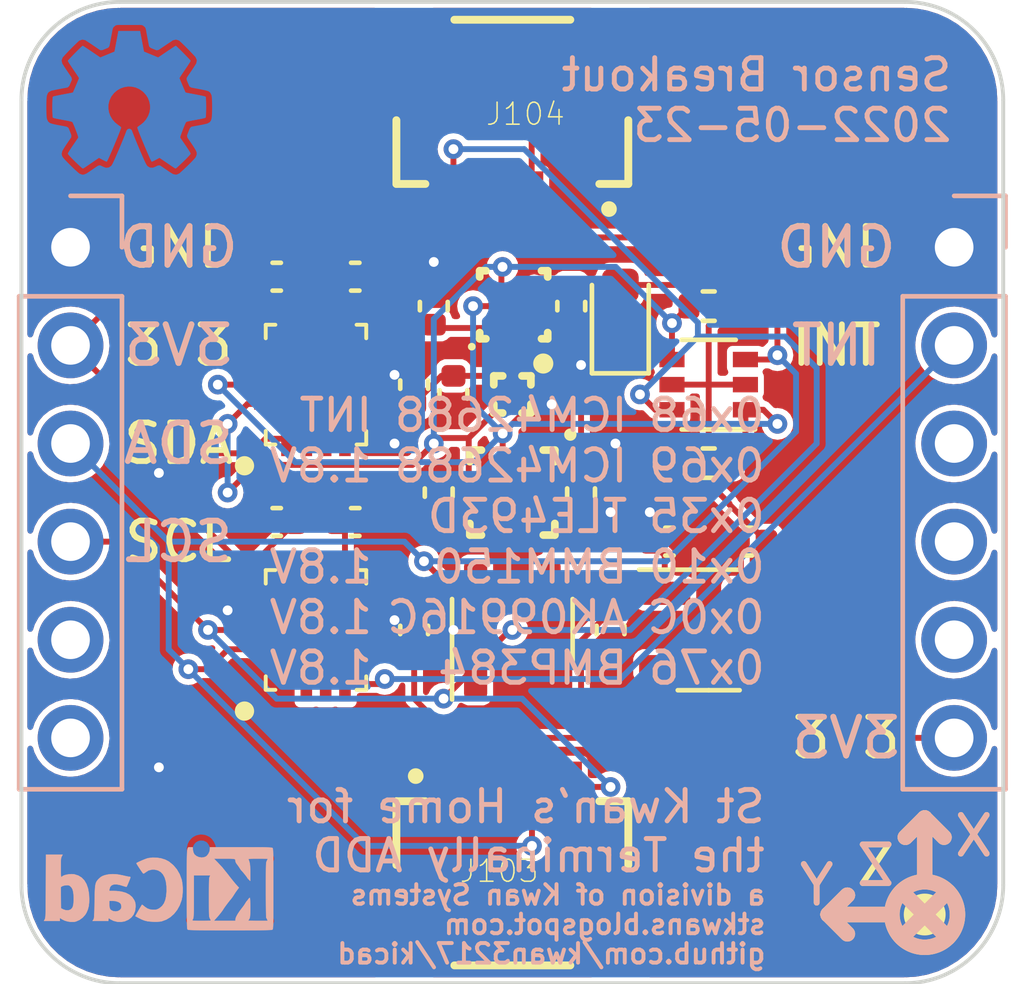
<source format=kicad_pcb>
(kicad_pcb (version 20211014) (generator pcbnew)
  (layers (0 "F.Cu" signal) (31 "B.Cu" signal) (34 "B.Paste" user) (35 "F.Paste" user) (36 "B.SilkS" user "B.Silkscreen") (37 "F.SilkS" user "F.Silkscreen") (38 "B.Mask" user) (39 "F.Mask" user) (44 "Edge.Cuts" user))
  (net 0 "")
  (net 1 "/Sensor Block/Q_1V8")
  (net 2 "/Sensor Block/SCL_1V8")
  (net 3 "/Sensor Block/SDA_1V8")
  (net 4 "/Sensor Block/ICM0/INT2{slash}FSYNC{slash}CLKIN")
  (net 5 "/Sensor Block/ICM1/INT2{slash}FSYNC{slash}CLKIN")
  (net 6 "/Sensor Block/ICM1/INT1")
  (net 7 "/Sensor Block/BMM Mag/DRDY")
  (net 8 "/Sensor Block/BMM Mag/INT")
  (net 9 "/Sensor Block/BMP pressure sensor/INT")
  (net 10 "+3V3")
  (net 11 "GND")
  (net 12 "/SDA")
  (net 13 "/SCL")
  (net 15 "/INT")
  (footprint "Capacitor_SMD:C_0402_1005Metric" (layer "F.Cu") (at 82.804 57.912 180)
    (fp_text reference "C2106" hide)
    (fp_text value "2.2uF" hide)
  )
  (footprint "Capacitor_SMD:C_0402_1005Metric" (layer "F.Cu") (at 82.804 64.262 180)
    (fp_text reference "C206" hide)
    (fp_text value "2.2uF" hide)
  )
  (footprint "KwanSystems:JST04_1MM_RA" (layer "F.Cu") (at 88.9 71.1387)
    (fp_text reference "J103")
    (fp_text value "1x04 1mm")
  )
  (footprint "Capacitor_SMD:C_0402_1005Metric" (layer "F.Cu") (at 90.424 58.674 -90)
    (fp_text reference "C2222" hide)
    (fp_text value "100nF" hide)
  )
  (footprint "KwanSystems:QFN50P300X250X97-14N" (layer "F.Cu") (at 83.82 60.706 90)
    (fp_text reference "U2101" hide)
    (fp_text value "ICM-42688" hide)
  )
  (footprint "KwanSystems:BMM150" (layer "F.Cu") (at 88.9 58.674 180)
    (fp_text reference "U2201" hide)
    (fp_text value "BMM150")
  )
  (footprint "KwanSystems:BMP384" (layer "F.Cu") (at 88.9 63.5)
    (fp_text reference "U2501" hide)
    (fp_text value "BMP384")
  )
  (footprint "Capacitor_SMD:C_0402_1005Metric" (layer "F.Cu") (at 94.996 64.77 180)
    (fp_text reference "C1905" hide)
    (fp_text value "1uF" hide)
  )
  (footprint "Capacitor_SMD:C_0402_1005Metric" (layer "F.Cu") (at 84.836 64.262)
    (fp_text reference "C208" hide)
    (fp_text value "100nF" hide)
  )
  (footprint "KwanSystems:JST04_1MM_RA" (layer "F.Cu") (at 88.9 55.8613 180)
    (fp_text reference "J104")
    (fp_text value "1x04 1mm")
  )
  (footprint "KwanSystems:StKwansSoldermask_0.6" (layer "F.Cu") (at 98.806 53.594)
    (fp_text reference "G1502" hide)
    (fp_text value "KwanSystems" hide)
  )
  (footprint "Capacitor_SMD:C_0402_1005Metric" (layer "F.Cu") (at 86.36 60.706 90)
    (fp_text reference "C2105" hide)
    (fp_text value "10nF" hide)
  )
  (footprint "Capacitor_SMD:C_0402_1005Metric" (layer "F.Cu") (at 86.995 63.5 90)
    (fp_text reference "C2510" hide)
    (fp_text value "100nF" hide)
  )
  (footprint "Capacitor_SMD:C_0402_1005Metric" (layer "F.Cu") (at 90.678 63.5 -90)
    (fp_text reference "C2501" hide)
    (fp_text value "100nF" hide)
  )
  (footprint "Capacitor_SMD:C_0402_1005Metric" (layer "F.Cu") (at 92.964 64.77)
    (fp_text reference "C1901" hide)
    (fp_text value "1uF" hide)
  )
  (footprint "LED_SMD:LED_0603_1608Metric" (layer "F.Cu") (at 91.694 58.928 90)
    (fp_text reference "D1905" hide)
    (fp_text value "RED" hide)
  )
  (footprint "Capacitor_SMD:C_0402_1005Metric" (layer "F.Cu") (at 84.836 57.912)
    (fp_text reference "C2108" hide)
    (fp_text value "100nF" hide)
  )
  (footprint "Resistor_SMD:R_0402_1005Metric" (layer "F.Cu") (at 93.98 58.674)
    (fp_text reference "R2001" hide)
    (fp_text value "5.1k" hide)
  )
  (footprint "Package_TO_SOT_SMD:SOT-23-5" (layer "F.Cu") (at 93.98 67.056)
    (fp_text reference "U1901" hide)
    (fp_text value "TCR2EF 1.8V" hide)
  )
  (footprint "Package_TO_SOT_SMD:SOT-363_SC-70-6" (layer "F.Cu") (at 93.98 60.706 180)
    (fp_text reference "Q2001" hide)
    (fp_text value "NMOS" hide)
  )
  (footprint "Capacitor_SMD:C_0402_1005Metric" (layer "F.Cu") (at 86.868 58.674 90)
    (fp_text reference "C2255" hide)
    (fp_text value "100nF" hide)
  )
  (footprint "Resistor_SMD:R_0402_1005Metric" (layer "F.Cu") (at 93.98 62.738 180)
    (fp_text reference "R2002" hide)
    (fp_text value "5.1k" hide)
  )
  (footprint "Capacitor_SMD:C_0402_1005Metric" (layer "F.Cu") (at 87.376 60.96 -90)
    (fp_text reference "C2411" hide)
    (fp_text value "100nF" hide)
  )
  (footprint "Capacitor_SMD:C_0402_1005Metric" (layer "F.Cu") (at 91.44 67.056 -90)
    (fp_text reference "C1804" hide)
    (fp_text value "100nF" hide)
  )
  (footprint "Package_TO_SOT_SMD:SOT-23-6" (layer "F.Cu") (at 88.9 67.056 90)
    (fp_text reference "U1801" hide)
    (fp_text value "TLE493D-W2B6" hide)
  )
  (footprint "KwanSystems:QFN50P300X250X97-14N" (layer "F.Cu") (at 83.82 67.056 90)
    (fp_text reference "U201" hide)
    (fp_text value "ICM-42688" hide)
  )
  (footprint "KwanSystems:Axis" (layer "F.Cu") (at 99.568 74.422 90)
    (fp_text reference "G1505" hide)
    (fp_text value "Axis" hide)
  )
  (footprint "KwanSystems:AK09918C" (layer "F.Cu") (at 88.9 60.96 90)
    (fp_text reference "U2401" hide)
    (fp_text value "AK09918")
  )
  (footprint "Capacitor_SMD:C_0402_1005Metric" (layer "F.Cu") (at 86.36 67.056 90)
    (fp_text reference "C205" hide)
    (fp_text value "10nF" hide)
  )
  (footprint "KwanSystems:Symbol_KiCAD-Logo_CopperAndSilkScreenTop_small" (layer "B.Cu") (at 79.756 73.66 180)
    (fp_text reference "G1501" hide)
    (fp_text value "DesignedWithKicad" hide)
  )
  (footprint "KwanSystems:OSHW-Symbol_4x3.6mm_SolderMask" (layer "B.Cu") (at 78.994 53.34 180)
    (fp_text reference "G1503" hide)
    (fp_text value "OSHW" hide)
  )
  (footprint "Connector_PinHeader_2.54mm:PinHeader_1x06_P2.54mm_Vertical" (layer "B.Cu") (at 100.33 57.15 180)
    (fp_text reference "J102" hide)
    (fp_text value "Conn_01x06" hide)
  )
  (footprint "Connector_PinHeader_2.54mm:PinHeader_1x06_P2.54mm_Vertical" (layer "B.Cu") (at 77.47 57.15 180)
    (fp_text reference "J101" hide)
    (fp_text value "Conn_01x06" hide)
  )
  (gr_line (start 101.6 73.66) (end 101.6 53.34) (layer "Edge.Cuts") (width 0.1))
  (gr_arc (start 76.2 53.34) (mid 76.943949 51.543949) (end 78.74 50.8) (layer "Edge.Cuts") (width 0.1))
  (gr_arc (start 99.06 50.8) (mid 100.856051 51.543949) (end 101.6 53.34) (layer "Edge.Cuts") (width 0.1))
  (gr_line (start 99.06 50.8) (end 78.74 50.8) (layer "Edge.Cuts") (width 0.1))
  (gr_line (start 78.74 76.2) (end 99.06 76.2) (layer "Edge.Cuts") (width 0.1))
  (gr_line (start 76.2 53.34) (end 76.2 73.66) (layer "Edge.Cuts") (width 0.1))
  (gr_arc (start 101.6 73.66) (mid 100.856051 75.456051) (end 99.06 76.2) (layer "Edge.Cuts") (width 0.1))
  (gr_arc (start 78.74 76.2) (mid 76.943949 75.456051) (end 76.2 73.66) (layer "Edge.Cuts") (width 0.1))
  (gr_text "SDA" (at 80.25998 62.23) (layer "B.SilkS") (effects (font (size 1 1)) (justify mirror)))
  (gr_text "0x68\n0x69\n0x35\n0x10\n0x0C\n0x76" (at 95.504 64.77) (layer "B.SilkS") (effects (font (size 0.8128 0.8128) (thickness 0.127)) (justify left mirror)))
  (gr_text "3V3" (at 97.536 69.85) (layer "B.SilkS") (effects (font (size 1 1)) (justify mirror)))
  (gr_text "ICM42688\nICM42688\nTLE493D\nBMM150\nAK09916C\nBMP384" (at 91.948 64.77) (layer "B.SilkS") (effects (font (size 0.8128 0.8128) (thickness 0.127)) (justify left mirror)))
  (gr_text "3V3" (at 80.264 59.69) (layer "B.SilkS") (effects (font (size 1 1)) (justify mirror)))
  (gr_text "GND" (at 97.282 57.15) (layer "B.SilkS") (effects (font (size 1 1)) (justify mirror)))
  (gr_text "INT\n1.8V\n\n1.8V\n1.8V\n1.8V" (at 85.344 64.77) (layer "B.SilkS") (effects (font (size 0.8128 0.8128) (thickness 0.127)) (justify left mirror)))
  (gr_text "Sensor Breakout\n2022-05-23" (at 100.33 53.34) (layer "B.SilkS") (effects (font (size 0.8128 0.8128) (thickness 0.127)) (justify left mirror)))
  (gr_text "INT" (at 97.282 59.69) (layer "B.SilkS") (effects (font (size 1 1)) (justify mirror)))
  (gr_text "GND" (at 80.262502 57.14598) (layer "B.SilkS") (effects (font (size 1 1)) (justify mirror)))
  (gr_text "SCL" (at 80.264 64.77) (layer "B.SilkS") (effects (font (size 1 1)) (justify mirror)))
  (gr_text "GND" (at 97.280502 57.14598) (layer "F.SilkS") (effects (font (size 1 1))))
  (gr_text "3V3" (at 97.536 69.85) (layer "F.SilkS") (effects (font (size 1 1))))
  (gr_text "GND" (at 80.264 57.15) (layer "F.SilkS") (effects (font (size 1 1))))
  (gr_text "3V3" (at 80.264 59.69) (layer "F.SilkS") (effects (font (size 1 1))))
  (gr_text "INT" (at 97.282 59.69) (layer "F.SilkS") (effects (font (size 1 1))))
  (gr_text "SDA" (at 80.264 62.23) (layer "F.SilkS") (effects (font (size 1 1))))
  (gr_text "SCL" (at 80.264 64.77) (layer "F.SilkS") (effects (font (size 1 1))))
  (segment (start 94.516 63.784) (end 94.516 63.81) (width 0.1524) (layer "F.Cu") (net 1))
  (segment (start 86.716 59.306) (end 84.57 59.306) (width 0.1524) (layer "F.Cu") (net 1))
  (segment (start 81.026 62.484) (end 80.772 62.23) (width 0.1524) (layer "F.Cu") (net 1))
  (segment (start 84.57 58.126) (end 84.356 57.912) (width 0.1524) (layer "F.Cu") (net 1))
  (segment (start 88.334 59.522909) (end 88.334 59.24) (width 0.1524) (layer "F.Cu") (net 1))
  (segment (start 93.47 62.738) (end 93.98 62.228) (width 0.1524) (layer "F.Cu") (net 1))
  (segment (start 88.858111 64.728111) (end 91.401699 64.728111) (width 0.1524) (layer "F.Cu") (net 1))
  (segment (start 93.47 62.738) (end 92.202 62.738) (width 0.1524) (layer "F.Cu") (net 1))
  (segment (start 86.995 63.98) (end 87.378111 64.363111) (width 0.1524) (layer "F.Cu") (net 1))
  (segment (start 89.466 58.108) (end 90.338 58.108) (width 0.1524) (layer "F.Cu") (net 1))
  (segment (start 90.338 58.108) (end 90.424 58.194) (width 0.1524) (layer "F.Cu") (net 1))
  (segment (start 89.6575 63) (end 89.3 62.6425) (width 0.1524) (layer "F.Cu") (net 1))
  (segment (start 82.135778 62.484) (end 81.026 62.484) (width 0.1524) (layer "F.Cu") (net 1))
  (segment (start 87.378111 64.363111) (end 87.731111 64.363111) (width 0.1524) (layer "F.Cu") (net 1))
  (segment (start 84.97 61.206) (end 86.34 61.206) (width 0.1524) (layer "F.Cu") (net 1))
  (segment (start 93.98 60.706) (end 93.03 60.706) (width 0.1524) (layer "F.Cu") (net 1))
  (segment (start 88.7 60.76) (end 88.42 60.48) (width 0.1524) (layer "F.Cu") (net 1))
  (segment (start 87.376 60.48) (end 87.066 60.48) (width 0.1524) (layer "F.Cu") (net 1))
  (segment (start 94.93 60.706) (end 93.98 60.706) (width 0.1524) (layer "F.Cu") (net 1))
  (segment (start 88.65 64.52) (end 88.858111 64.728111) (width 0.1524) (layer "F.Cu") (net 1))
  (segment (start 90.678 63.02) (end 90.678 60.96) (width 0.1524) (layer "F.Cu") (net 1))
  (segment (start 90.49212 58.12588) (end 90.424 58.194) (width 0.1524) (layer "F.Cu") (net 1))
  (segment (start 95.1175 66.106) (end 95.1175 65.1285) (width 0.1524) (layer "F.Cu") (net 1))
  (segment (start 94.49 58.674) (end 93.94188 58.12588) (width 0.1524) (layer "F.Cu") (net 1))
  (segment (start 88.42 60.48) (end 88.42 60.279091) (width 0.1524) (layer "F.Cu") (net 1))
  (segment (start 94.516 63.784) (end 93.47 62.738) (width 0.1524) (layer "F.Cu") (net 1))
  (segment (start 82.67 58.526) (end 82.67 60.206) (width 0.1524) (layer "F.Cu") (net 1))
  (segment (start 90.96 62.738) (end 90.678 63.02) (width 0.1524) (layer "F.Cu") (net 1))
  (segment (start 91.653905 64.475905) (end 91.401698 64.728111) (width 0.1524) (layer "F.Cu") (net 1))
  (segment (start 89.662 59.944) (end 88.755091 59.944) (width 0.1524) (layer "F.Cu") (net 1))
  (segment (start 88.42 60.48) (end 87.376 60.48) (width 0.1524) (layer "F.Cu") (net 1))
  (segment (start 93.94188 58.12588) (end 90.49212 58.12588) (width 0.1524) (layer "F.Cu") (net 1))
  (segment (start 88.334 59.24) (end 86.954 59.24) (width 0.1524) (layer "F.Cu") (net 1))
  (segment (start 80.772 60.198) (end 80.78 60.206) (width 0.1524) (layer "F.Cu") (net 1))
  (segment (start 80.772 62.23) (end 80.772 60.198) (width 0.1524) (layer "F.Cu") (net 1))
  (segment (start 90.678 63.02) (end 89.6775 63.02) (width 0.1524) (layer "F.Cu") (net 1))
  (segment (start 88.65 64.3575) (end 88.65 64.52) (width 0.1524) (layer "F.Cu") (net 1))
  (segment (start 87.731111 64.363111) (end 88.644389 64.363111) (width 0.1524) (layer "F.Cu") (net 1))
  (segment (start 88.617 58.957) (end 88.334 59.24) (width 0.1524) (layer "F.Cu") (net 1))
  (segment (start 88.755091 59.944) (end 88.334 59.522909) (width 0.1524) (layer "F.Cu") (net 1))
  (segment (start 91.948 62.738) (end 91.948 64.18181) (width 0.1524) (layer "F.Cu") (net 1))
  (segment (start 94.516 63.81) (end 95.476 64.77) (width 0.1524) (layer "F.Cu") (net 1))
  (segment (start 92.202 62.738) (end 91.948 62.738) (width 0.1524) (layer "F.Cu") (net 1))
  (segment (start 86.34 61.206) (end 86.36 61.186) (width 0.1524) (layer "F.Cu") (net 1))
  (segment (start 87.066 60.48) (end 86.36 61.186) (width 0.1524) (layer "F.Cu") (net 1))
  (segment (start 93.98 59.184) (end 94.49 58.674) (width 0.1524) (layer "F.Cu") (net 1))
  (segment (start 82.513778 62.106) (end 82.135778 62.484) (width 0.1524) (layer "F.Cu") (net 1))
  (segment (start 90.678 60.96) (end 89.662 59.944) (width 0.1524) (layer "F.Cu") (net 1))
  (segment (start 89.6775 63.02) (end 89.6575 63) (width 0.1524) (layer "F.Cu") (net 1))
  (segment (start 86.954 59.24) (end 86.868 59.154) (width 0.1524) (layer "F.Cu") (net 1))
  (segment (start 95.1175 65.1285) (end 95.476 64.77) (width 0.1524) (layer "F.Cu") (net 1))
  (segment (start 84.57 59.306) (end 84.57 58.126) (width 0.1524) (layer "F.Cu") (net 1))
  (segment (start 91.948 64.18181) (end 91.653905 64.475905) (width 0.1524) (layer "F.Cu") (net 1))
  (segment (start 91.401699 64.728111) (end 91.653905 64.475905) (width 0.1524) (layer "F.Cu") (net 1))
  (segment (start 83.284 57.912) (end 82.67 58.526) (width 0.1524) (layer "F.Cu") (net 1))
  (segment (start 88.644389 64.363111) (end 88.65 64.3575) (width 0.1524) (layer "F.Cu") (net 1))
  (segment (start 86.868 59.154) (end 86.716 59.306) (width 0.1524) (layer "F.Cu") (net 1))
  (segment (start 93.98 62.228) (end 93.98 60.706) (width 0.1524) (layer "F.Cu") (net 1))
  (segment (start 84.356 57.912) (end 83.284 57.912) (width 0.1524) (layer "F.Cu") (net 1))
  (segment (start 80.78 60.206) (end 82.67 60.206) (width 0.1524) (layer "F.Cu") (net 1))
  (segment (start 83.07 62.106) (end 82.513778 62.106) (width 0.1524) (layer "F.Cu") (net 1))
  (segment (start 89.3 62.6425) (end 89.15 62.6425) (width 0.1524) (layer "F.Cu") (net 1))
  (segment (start 88.42 60.279091) (end 88.755091 59.944) (width 0.1524) (layer "F.Cu") (net 1))
  (segment (start 91.948 62.738) (end 90.96 62.738) (width 0.1524) (layer "F.Cu") (net 1))
  (segment (start 93.98 59.184) (end 93.98 60.706) (width 0.1524) (layer "F.Cu") (net 1))
  (segment (start 94.93 61.356) (end 95.392 61.356) (width 0.1524) (layer "F.Cu") (net 2))
  (segment (start 88.334 58.674) (end 87.884 58.674) (width 0.1524) (layer "F.Cu") (net 2))
  (segment (start 94.93 62.298) (end 94.93 61.356) (width 0.1524) (layer "F.Cu") (net 2))
  (segment (start 89.1 61.522) (end 88.65 61.972) (width 0.1524) (layer "F.Cu") (net 2))
  (segment (start 88.65 62.6425) (end 88.65 61.972) (width 0.1524) (layer "F.Cu") (net 2))
  (segment (start 89.1 61.16) (end 89.1 61.522) (width 0.1524) (layer "F.Cu") (net 2))
  (segment (start 95.392 61.356) (end 95.758 61.722) (width 0.1524) (layer "F.Cu") (net 2))
  (segment (start 94.49 62.738) (end 94.93 62.298) (width 0.1524) (layer "F.Cu") (net 2))
  (segment (start 82.67 60.706) (end 81.28 60.706) (width 0.1524) (layer "F.Cu") (net 2))
  (via (at 81.28 60.706) (size 0.508) (drill 0.254) (layers "F.Cu" "B.Cu") (net 2))
  (via (at 88.65 61.972) (size 0.508) (drill 0.254) (layers "F.Cu" "B.Cu") (net 2))
  (via (at 87.884 58.674) (size 0.508) (drill 0.254) (layers "F.Cu" "B.Cu") (net 2))
  (via (at 95.758 61.722) (size 0.508) (drill 0.254) (layers "F.Cu" "B.Cu") (net 2))
  (segment (start 83.286111 62.712111) (end 87.909889 62.712111) (width 0.1524) (layer "B.Cu") (net 2))
  (segment (start 88.9 61.722) (end 88.65 61.972) (width 0.1524) (layer "B.Cu") (net 2))
  (segment (start 81.28 60.706) (end 83.286111 62.712111) (width 0.1524) (layer "B.Cu") (net 2))
  (segment (start 87.909889 62.712111) (end 88.65 61.972) (width 0.1524) (layer "B.Cu") (net 2))
  (segment (start 87.884 61.206) (end 88.65 61.972) (width 0.1524) (layer "B.Cu") (net 2))
  (segment (start 95.758 61.722) (end 88.9 61.722) (width 0.1524) (layer "B.Cu") (net 2))
  (segment (start 87.884 58.674) (end 87.884 61.206) (width 0.1524) (layer "B.Cu") (net 2))
  (segment (start 87.771889 62.088111) (end 88.7 61.16) (width 0.1524) (layer "F.Cu") (net 3))
  (segment (start 87.771889 62.088111) (end 87.009889 62.088111) (width 0.1524) (layer "F.Cu") (net 3))
  (segment (start 86.868 62.23) (end 86.313889 62.784111) (width 0.1524) (layer "F.Cu") (net 3))
  (segment (start 87.771889 63.424289) (end 87.771889 62.088111) (width 0.1524) (layer "F.Cu") (net 3))
  (segment (start 88.617 58.391) (end 88.617 57.687) (width 0.1524) (layer "F.Cu") (net 3))
  (segment (start 88.1425 63.5) (end 87.8476 63.5) (width 0.1524) (layer "F.Cu") (net 3))
  (segment (start 87.009889 62.088111) (end 86.868 62.23) (width 0.1524) (layer "F.Cu") (net 3))
  (segment (start 87.8476 63.5) (end 87.771889 63.424289) (width 0.1524) (layer "F.Cu") (net 3))
  (segment (start 88.617 57.687) (end 88.646 57.658) (width 0.1524) (layer "F.Cu") (net 3))
  (segment (start 82.249889 62.784111) (end 81.534 63.5) (width 0.1524) (layer "F.Cu") (net 3))
  (segment (start 81.534 61.722) (end 82.05 61.206) (width 0.1524) (layer "F.Cu") (net 3))
  (segment (start 93.03 59.114) (end 93.03 60.056) (width 0.1524) (layer "F.Cu") (net 3))
  (segment (start 86.313889 62.784111) (end 82.249889 62.784111) (width 0.1524) (layer "F.Cu") (net 3))
  (segment (start 93.47 58.674) (end 93.03 59.114) (width 0.1524) (layer "F.Cu") (net 3))
  (segment (start 82.05 61.206) (end 82.67 61.206) (width 0.1524) (layer "F.Cu") (net 3))
  (via (at 93.03 59.114) (size 0.508) (drill 0.254) (layers "F.Cu" "B.Cu") (net 3))
  (via (at 81.534 63.5) (size 0.508) (drill 0.254) (layers "F.Cu" "B.Cu") (net 3))
  (via (at 81.534 61.722) (size 0.508) (drill 0.254) (layers "F.Cu" "B.Cu") (net 3))
  (via (at 88.646 57.658) (size 0.508) (drill 0.254) (layers "F.Cu" "B.Cu") (net 3))
  (via (at 86.868 62.23) (size 0.508) (drill 0.254) (layers "F.Cu" "B.Cu") (net 3))
  (segment (start 86.868 59.008191) (end 88.218191 57.658) (width 0.1524) (layer "B.Cu") (net 3))
  (segment (start 88.218191 57.658) (end 88.646 57.658) (width 0.1524) (layer "B.Cu") (net 3))
  (segment (start 81.534 63.5) (end 81.534 61.722) (width 0.1524) (layer "B.Cu") (net 3))
  (segment (start 86.868 62.23) (end 86.868 59.008191) (width 0.1524) (layer "B.Cu") (net 3))
  (segment (start 91.574 57.658) (end 88.646 57.658) (width 0.1524) (layer "B.Cu") (net 3))
  (segment (start 93.03 59.114) (end 91.574 57.658) (width 0.1524) (layer "B.Cu") (net 3))
  (segment (start 92.484 64.77) (end 92.8425 65.1285) (width 0.1524) (layer "F.Cu") (net 10))
  (segment (start 83.284 64.262) (end 82.042 65.504) (width 0.1524) (layer "F.Cu") (net 10))
  (segment (start 80.518 62.738) (end 80.518 63.98) (width 0.1524) (layer "F.Cu") (net 10))
  (segment (start 77.47 59.69) (end 80.518 62.738) (width 0.1524) (layer "F.Cu") (net 10))
  (segment (start 86.36 67.536) (end 86.89812 66.99788) (width 0.1524) (layer "F.Cu") (net 10))
  (segment (start 88.392 69.85) (end 87.376 69.85) (width 0.1524) (layer "F.Cu") (net 10))
  (segment (start 77.47 59.69) (end 83.058 54.102) (width 0.1524) (layer "F.Cu") (net 10))
  (segment (start 84.99 67.536) (end 84.97 67.556) (width 0.1524) (layer "F.Cu") (net 10))
  (segment (start 86.36 68.834) (end 86.36 67.536) (width 0.1524) (layer "F.Cu") (net 10))
  (segment (start 89.85 65.9185) (end 90.7825 65.9185) (width 0.1524) (layer "F.Cu") (net 10))
  (segment (start 89.4 54.11) (end 89.4 55.8613) (width 0.1524) (layer "F.Cu") (net 10))
  (segment (start 83.058 54.102) (end 89.408 54.102) (width 0.1524) (layer "F.Cu") (net 10))
  (segment (start 84.356 64.262) (end 83.284 64.262) (width 0.1524) (layer "F.Cu") (net 10))
  (segment (start 90.678 69.85) (end 90.678 67.338) (width 0.1524) (layer "F.Cu") (net 10))
  (segment (start 88.392 69.85) (end 88.4 69.858) (width 0.1524) (layer "F.Cu") (net 10))
  (segment (start 92.71 69.85) (end 90.678 69.85) (width 0.1524) (layer "F.Cu") (net 10))
  (segment (start 92.8425 66.106) (end 91.91 66.106) (width 0.1524) (layer "F.Cu") (net 10))
  (segment (start 86.36 67.536) (end 84.99 67.536) (width 0.1524) (layer "F.Cu") (net 10))
  (segment (start 90.7825 65.9185) (end 91.44 66.576) (width 0.1524) (layer "F.Cu") (net 10))
  (segment (start 89.408 54.102) (end 89.4 54.11) (width 0.1524) (layer "F.Cu") (net 10))
  (segment (start 80.518 63.98) (end 82.042 65.504) (width 0.1524) (layer "F.Cu") (net 10))
  (segment (start 84.57 65.656) (end 84.57 64.476) (width 0.1524) (layer "F.Cu") (net 10))
  (segment (start 82.042 65.504) (end 82.042 66.294) (width 0.1524) (layer "F.Cu") (net 10))
  (segment (start 90.678 69.85) (end 88.392 69.85) (width 0.1524) (layer "F.Cu") (net 10))
  (segment (start 92.71 69.85) (end 92.71 68.1385) (width 0.1524) (layer "F.Cu") (net 10))
  (segment (start 82.304 66.556) (end 82.67 66.556) (width 0.1524) (layer "F.Cu") (net 10))
  (segment (start 82.042 66.294) (end 82.304 66.556) (width 0.1524) (layer "F.Cu") (net 10))
  (segment (start 100.33 69.85) (end 92.71 69.85) (width 0.1524) (layer "F.Cu") (net 10))
  (segment (start 86.89812 66.99788) (end 86.89812 66.07012) (width 0.1524) (layer "F.Cu") (net 10))
  (segment (start 84.7 65.786) (end 84.57 65.656) (width 0.1524) (layer "F.Cu") (net 10))
  (segment (start 88.4 69.858) (end 88.4 71.1387) (width 0.1524) (layer "F.Cu") (net 10))
  (segment (start 91.91 66.106) (end 91.44 66.576) (width 0.1524) (layer "F.Cu") (net 10))
  (segment (start 86.614 65.786) (end 84.7 65.786) (width 0.1524) (layer "F.Cu") (net 10))
  (segment (start 84.57 64.476) (end 84.356 64.262) (width 0.1524) (layer "F.Cu") (net 10))
  (segment (start 92.8425 65.1285) (end 92.8425 66.106) (width 0.1524) (layer "F.Cu") (net 10))
  (segment (start 87.376 69.85) (end 86.36 68.834) (width 0.1524) (layer "F.Cu") (net 10))
  (segment (start 90.678 67.338) (end 91.44 66.576) (width 0.1524) (layer "F.Cu") (net 10))
  (segment (start 86.89812 66.07012) (end 86.614 65.786) (width 0.1524) (layer "F.Cu") (net 10))
  (segment (start 92.71 68.1385) (end 92.8425 68.006) (width 0.1524) (layer "F.Cu") (net 10))
  (via (at 86.868 57.531) (size 0.508) (drill 0.254) (layers "F.Cu" "B.Cu") (net 11))
  (via (at 90.678 60.198) (size 0.508) (drill 0.254) (layers "F.Cu" "B.Cu") (net 11))
  (via (at 79.756 62.992) (size 0.508) (drill 0.254) (layers "F.Cu" "B.Cu") (net 11))
  (via (at 79.756 70.612) (size 0.508) (drill 0.254) (layers "F.Cu" "B.Cu") (net 11))
  (via (at 91.567 62.23) (size 0.508) (drill 0.254) (layers "F.Cu" "B.Cu") (net 11))
  (via (at 91.44 64.008) (size 0.508) (drill 0.254) (layers "F.Cu" "B.Cu") (net 11))
  (via (at 85.852 66.802) (size 0.508) (drill 0.254) (layers "F.Cu" "B.Cu") (net 11))
  (via (at 92.456 64.008) (size 0.508) (drill 0.254) (layers "F.Cu" "B.Cu") (net 11))
  (via (at 87.376 67.056) (size 0.508) (drill 0.254) (layers "F.Cu" "B.Cu") (net 11))
  (via (at 89.916 61.214) (size 0.508) (drill 0.254) (layers "F.Cu" "B.Cu") (net 11))
  (via (at 85.852 62.23) (size 0.508) (drill 0.254) (layers "F.Cu" "B.Cu") (net 11))
  (via (at 85.852 60.452) (size 0.508) (drill 0.254) (layers "F.Cu" "B.Cu") (net 11))
  (via (at 81.534 66.548) (size 0.508) (drill 0.254) (layers "F.Cu" "B.Cu") (net 11))
  (segment (start 95.646 60.056) (end 95.758 59.944) (width 0.1524) (layer "F.Cu") (net 12))
  (segment (start 81.026 68.072) (end 81.542 67.556) (width 0.1524) (layer "F.Cu") (net 12))
  (segment (start 95.758 58.42) (end 94.234 56.896) (width 0.1524) (layer "F.Cu") (net 12))
  (segment (start 88.4 56.396) (end 88.4 55.8613) (width 0.1524) (layer "F.Cu") (net 12))
  (segment (start 87.2545 65.9185) (end 86.614 65.278) (width 0.1524) (layer "F.Cu") (net 12))
  (segment (start 88.9 56.896) (end 88.4 56.396) (width 0.1524) (layer "F.Cu") (net 12))
  (segment (start 87.95 65.9185) (end 87.2545 65.9185) (width 0.1524) (layer "F.Cu") (net 12))
  (segment (start 89.408 72.644) (end 89.408 71.1467) (width 0.1524) (layer "F.Cu") (net 12))
  (segment (start 80.518 68.072) (end 81.026 68.072) (width 0.1524) (layer "F.Cu") (net 12))
  (segment (start 81.542 67.556) (end 82.67 67.556) (width 0.1524) (layer "F.Cu") (net 12))
  (segment (start 89.408 71.1467) (end 89.4 71.1387) (width 0.1524) (layer "F.Cu") (net 12))
  (segment (start 94.234 56.896) (end 88.9 56.896) (width 0.1524) (layer "F.Cu") (net 12))
  (segment (start 95.758 59.944) (end 95.758 58.42) (width 0.1524) (layer "F.Cu") (net 12))
  (segment (start 94.93 60.056) (end 95.646 60.056) (width 0.1524) (layer "F.Cu") (net 12))
  (via (at 80.518 68.072) (size 0.508) (drill 0.254) (layers "F.Cu" "B.Cu") (net 12))
  (via (at 89.408 72.644) (size 0.508) (drill 0.254) (layers "F.Cu" "B.Cu") (net 12))
  (via (at 86.614 65.278) (size 0.508) (drill 0.254) (layers "F.Cu" "B.Cu") (net 12))
  (via (at 95.758 59.944) (size 0.508) (drill 0.254) (layers "F.Cu" "B.Cu") (net 12))
  (segment (start 80.518 68.072) (end 80.01 67.564) (width 0.1524) (layer "B.Cu") (net 12))
  (segment (start 96.240111 60.426111) (end 96.240111 61.921698) (width 0.1524) (layer "B.Cu") (net 12))
  (segment (start 92.883809 65.278) (end 86.614 65.278) (width 0.1524) (layer "B.Cu") (net 12))
  (segment (start 96.240111 61.921698) (end 92.883809 65.278) (width 0.1524) (layer "B.Cu") (net 12))
  (segment (start 85.09 72.644) (end 89.408 72.644) (width 0.1524) (layer "B.Cu") (net 12))
  (segment (start 80.01 64.77) (end 79.502 64.262) (width 0.1524) (layer "B.Cu") (net 12))
  (segment (start 86.106 64.77) (end 86.614 65.278) (width 0.1524) (layer "B.Cu") (net 12))
  (segment (start 79.502 64.262) (end 79.248 64.008) (width 0.1524) (layer "B.Cu") (net 12))
  (segment (start 77.47 62.23) (end 79.248 64.008) (width 0.1524) (layer "B.Cu") (net 12))
  (segment (start 80.01 66.548) (end 80.01 64.77) (width 0.1524) (layer "B.Cu") (net 12))
  (segment (start 80.518 68.072) (end 85.09 72.644) (width 0.1524) (layer "B.Cu") (net 12))
  (segment (start 95.758 59.944) (end 96.240111 60.426111) (width 0.1524) (layer "B.Cu") (net 12))
  (segment (start 80.01 64.77) (end 86.106 64.77) (width 0.1524) (layer "B.Cu") (net 12))
  (segment (start 80.01 67.564) (end 80.01 66.548) (width 0.1524) (layer "B.Cu") (net 12))
  (segment (start 87.376 54.61) (end 87.376 55.8373) (width 0.1524) (layer "F.Cu") (net 13))
  (segment (start 90.4187 71.12) (end 90.4 71.1387) (width 0.1524) (layer "F.Cu") (net 13))
  (segment (start 87.7625 68.1935) (end 87.122 68.834) (width 0.1524) (layer "F.Cu") (net 13))
  (segment (start 93.03 61.356) (end 92.598 61.356) (width 0.1524) (layer "F.Cu") (net 13))
  (segment (start 87.376 55.8373) (end 87.4 55.8613) (width 0.1524) (layer "F.Cu") (net 13))
  (segment (start 91.44 71.12) (end 90.4187 71.12) (width 0.1524) (layer "F.Cu") (net 13))
  (segment (start 77.47 64.77) (end 78.74 64.77) (width 0.1524) (layer "F.Cu") (net 13))
  (segment (start 88.840258 67.056) (end 87.95 67.946258) (width 0.1524) (layer "F.Cu") (net 13))
  (segment (start 88.9 67.056) (end 88.840258 67.056) (width 0.1524) (layer "F.Cu") (net 13))
  (segment (start 81.026 67.056) (end 82.67 67.056) (width 0.1524) (layer "F.Cu") (net 13))
  (segment (start 78.74 64.77) (end 81.026 67.056) (width 0.1524) (layer "F.Cu") (net 13))
  (segment (start 87.95 67.946258) (end 87.95 68.1935) (width 0.1524) (layer "F.Cu") (net 13))
  (segment (start 87.95 68.1935) (end 87.7625 68.1935) (width 0.1524) (layer "F.Cu") (net 13))
  (segment (start 92.598 61.356) (end 92.202 60.96) (width 0.1524) (layer "F.Cu") (net 13))
  (via (at 87.122 68.834) (size 0.508) (drill 0.254) (layers "F.Cu" "B.Cu") (net 13))
  (via (at 91.44 71.12) (size 0.508) (drill 0.254) (layers "F.Cu" "B.Cu") (net 13))
  (via (at 87.376 54.61) (size 0.508) (drill 0.254) (layers "F.Cu" "B.Cu") (net 13))
  (via (at 81.026 67.056) (size 0.508) (drill 0.254) (layers "F.Cu" "B.Cu") (net 13))
  (via (at 88.9 67.056) (size 0.508) (drill 0.254) (layers "F.Cu" "B.Cu") (net 13))
  (via (at 92.202 60.96) (size 0.508) (drill 0.254) (layers "F.Cu" "B.Cu") (net 13))
  (segment (start 91.948 67.056) (end 96.774 62.23) (width 0.1524) (layer "B.Cu") (net 13))
  (segment (start 96.774 60.278191) (end 95.957698 59.461889) (width 0.1524) (layer "B.Cu") (net 13))
  (segment (start 88.9 67.056) (end 91.948 67.056) (width 0.1524) (layer "B.Cu") (net 13))
  (segment (start 93.700111 59.461889) (end 92.202 60.96) (width 0.1524) (layer "B.Cu") (net 13))
  (segment (start 93.700111 59.461889) (end 93.700111 59.102302) (width 0.1524) (layer "B.Cu") (net 13))
  (segment (start 89.154 68.834) (end 91.44 71.12) (width 0.1524) (layer "B.Cu") (net 13))
  (segment (start 93.700111 59.102302) (end 89.207809 54.61) (width 0.1524) (layer "B.Cu") (net 13))
  (segment (start 82.804 68.834) (end 81.026 67.056) (width 0.1524) (layer "B.Cu") (net 13))
  (segment (start 95.957698 59.461889) (end 93.700111 59.461889) (width 0.1524) (layer "B.Cu") (net 13))
  (segment (start 96.774 62.23) (end 96.774 60.278191) (width 0.1524) (layer "B.Cu") (net 13))
  (segment (start 87.122 68.834) (end 89.154 68.834) (width 0.1524) (layer "B.Cu") (net 13))
  (segment (start 89.207809 54.61) (end 87.376 54.61) (width 0.1524) (layer "B.Cu") (net 13))
  (segment (start 87.122 68.834) (end 82.804 68.834) (width 0.1524) (layer "B.Cu") (net 13))
  (segment (start 85.468 68.456) (end 85.598 68.326) (width 0.1524) (layer "F.Cu") (net 15))
  (segment (start 84.57 68.456) (end 85.468 68.456) (width 0.1524) (layer "F.Cu") (net 15))
  (via (at 85.598 68.326) (size 0.508) (drill 0.254) (layers "F.Cu" "B.Cu") (net 15))
  (segment (start 100.33 59.69) (end 91.694 68.326) (width 0.1524) (layer "B.Cu") (net 15))
  (segment (start 91.694 68.326) (end 85.598 68.326) (width 0.1524) (layer "B.Cu") (net 15))
  (zone (net 11) (net_name "GND") (layers F&B.Cu) (connect_pads yes (clearance 0.1524)) (min_thickness 0.1524) (fill yes (thermal_gap 0.508) (thermal_bridge_width 0.508))
    (polygon (pts (xy 101.6 50.8) (xy 101.6 76.2) (xy 76.2 76.2) (xy 76.2 50.8)))
  )
)
</source>
